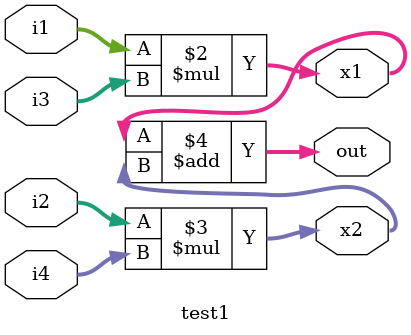
<source format=sv>


module test1(
  input wire signed [4:0] i1,
  input wire signed [4:0] i2,
  input wire signed [7:0] i3,
  input wire signed [7:0] i4,
  output reg signed [11:0] x1,
  output reg signed [11:0] x2,
  output reg signed [12:0] out
  );
  
  
  
  always_comb begin
    x1 = i1 * i3;
    x2 = i2 * i4;
    out = x1 + x2;
  end
  
endmodule
</source>
